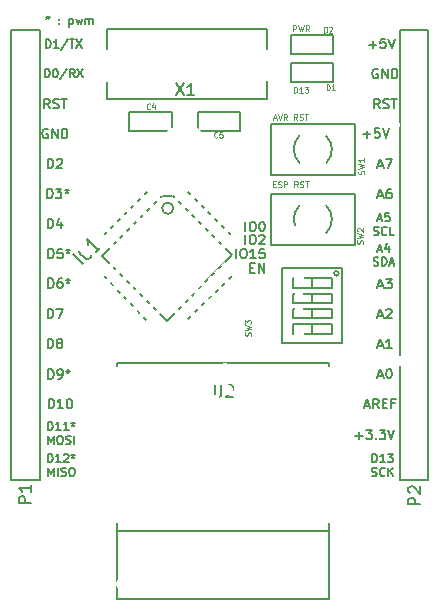
<source format=gto>
G04 (created by PCBNEW (2013-07-07 BZR 4022)-stable) date 2015/10/29 19:57:24*
%MOIN*%
G04 Gerber Fmt 3.4, Leading zero omitted, Abs format*
%FSLAX34Y34*%
G01*
G70*
G90*
G04 APERTURE LIST*
%ADD10C,0.00590551*%
%ADD11C,0.00688976*%
%ADD12C,0.00393701*%
%ADD13C,0.00787402*%
%ADD14C,0.006*%
%ADD15C,0.008*%
%ADD16C,0.0045*%
%ADD17R,0.23622X0.0787402*%
%ADD18R,0.06X0.06*%
%ADD19C,0.06*%
%ADD20R,0.0708661X0.0299213*%
%ADD21R,0.0393701X0.045*%
%ADD22R,0.0787402X0.0354331*%
%ADD23R,0.0472441X0.0275591*%
%ADD24C,0.177165*%
%ADD25C,0.035*%
G04 APERTURE END LIST*
G54D10*
G54D11*
X29763Y-19835D02*
X29895Y-19835D01*
X29737Y-19914D02*
X29829Y-19639D01*
X29921Y-19914D01*
X30131Y-19730D02*
X30131Y-19914D01*
X30065Y-19625D02*
X30000Y-19822D01*
X30170Y-19822D01*
X29625Y-20356D02*
X29665Y-20369D01*
X29730Y-20369D01*
X29757Y-20356D01*
X29770Y-20343D01*
X29783Y-20316D01*
X29783Y-20290D01*
X29770Y-20264D01*
X29757Y-20251D01*
X29730Y-20238D01*
X29678Y-20225D01*
X29652Y-20211D01*
X29639Y-20198D01*
X29625Y-20172D01*
X29625Y-20146D01*
X29639Y-20120D01*
X29652Y-20106D01*
X29678Y-20093D01*
X29744Y-20093D01*
X29783Y-20106D01*
X29901Y-20369D02*
X29901Y-20093D01*
X29967Y-20093D01*
X30006Y-20106D01*
X30032Y-20133D01*
X30045Y-20159D01*
X30059Y-20211D01*
X30059Y-20251D01*
X30045Y-20303D01*
X30032Y-20330D01*
X30006Y-20356D01*
X29967Y-20369D01*
X29901Y-20369D01*
X30164Y-20290D02*
X30295Y-20290D01*
X30137Y-20369D02*
X30229Y-20093D01*
X30321Y-20369D01*
X29763Y-18812D02*
X29895Y-18812D01*
X29737Y-18891D02*
X29829Y-18615D01*
X29921Y-18891D01*
X30144Y-18615D02*
X30013Y-18615D01*
X30000Y-18746D01*
X30013Y-18733D01*
X30039Y-18720D01*
X30104Y-18720D01*
X30131Y-18733D01*
X30144Y-18746D01*
X30157Y-18772D01*
X30157Y-18838D01*
X30144Y-18864D01*
X30131Y-18877D01*
X30104Y-18891D01*
X30039Y-18891D01*
X30013Y-18877D01*
X30000Y-18864D01*
X29632Y-19332D02*
X29671Y-19345D01*
X29737Y-19345D01*
X29763Y-19332D01*
X29776Y-19319D01*
X29790Y-19293D01*
X29790Y-19267D01*
X29776Y-19240D01*
X29763Y-19227D01*
X29737Y-19214D01*
X29685Y-19201D01*
X29658Y-19188D01*
X29645Y-19175D01*
X29632Y-19148D01*
X29632Y-19122D01*
X29645Y-19096D01*
X29658Y-19083D01*
X29685Y-19070D01*
X29750Y-19070D01*
X29790Y-19083D01*
X30065Y-19319D02*
X30052Y-19332D01*
X30013Y-19345D01*
X29986Y-19345D01*
X29947Y-19332D01*
X29921Y-19306D01*
X29908Y-19280D01*
X29895Y-19227D01*
X29895Y-19188D01*
X29908Y-19135D01*
X29921Y-19109D01*
X29947Y-19083D01*
X29986Y-19070D01*
X30013Y-19070D01*
X30052Y-19083D01*
X30065Y-19096D01*
X30314Y-19345D02*
X30183Y-19345D01*
X30183Y-19070D01*
X29586Y-26922D02*
X29586Y-26646D01*
X29652Y-26646D01*
X29691Y-26660D01*
X29717Y-26686D01*
X29730Y-26712D01*
X29744Y-26765D01*
X29744Y-26804D01*
X29730Y-26856D01*
X29717Y-26883D01*
X29691Y-26909D01*
X29652Y-26922D01*
X29586Y-26922D01*
X30006Y-26922D02*
X29849Y-26922D01*
X29927Y-26922D02*
X29927Y-26646D01*
X29901Y-26686D01*
X29875Y-26712D01*
X29849Y-26725D01*
X30098Y-26646D02*
X30269Y-26646D01*
X30177Y-26751D01*
X30216Y-26751D01*
X30242Y-26765D01*
X30255Y-26778D01*
X30269Y-26804D01*
X30269Y-26870D01*
X30255Y-26896D01*
X30242Y-26909D01*
X30216Y-26922D01*
X30137Y-26922D01*
X30111Y-26909D01*
X30098Y-26896D01*
X29566Y-27364D02*
X29606Y-27377D01*
X29671Y-27377D01*
X29698Y-27364D01*
X29711Y-27351D01*
X29724Y-27324D01*
X29724Y-27298D01*
X29711Y-27272D01*
X29698Y-27259D01*
X29671Y-27246D01*
X29619Y-27232D01*
X29593Y-27219D01*
X29580Y-27206D01*
X29566Y-27180D01*
X29566Y-27154D01*
X29580Y-27127D01*
X29593Y-27114D01*
X29619Y-27101D01*
X29685Y-27101D01*
X29724Y-27114D01*
X30000Y-27351D02*
X29986Y-27364D01*
X29947Y-27377D01*
X29921Y-27377D01*
X29881Y-27364D01*
X29855Y-27337D01*
X29842Y-27311D01*
X29829Y-27259D01*
X29829Y-27219D01*
X29842Y-27167D01*
X29855Y-27141D01*
X29881Y-27114D01*
X29921Y-27101D01*
X29947Y-27101D01*
X29986Y-27114D01*
X30000Y-27127D01*
X30118Y-27377D02*
X30118Y-27101D01*
X30275Y-27377D02*
X30157Y-27219D01*
X30275Y-27101D02*
X30118Y-27259D01*
X18759Y-12040D02*
X18759Y-12106D01*
X18694Y-12080D02*
X18759Y-12106D01*
X18825Y-12080D01*
X18720Y-12158D02*
X18759Y-12106D01*
X18799Y-12158D01*
X19140Y-12290D02*
X19153Y-12303D01*
X19140Y-12316D01*
X19127Y-12303D01*
X19140Y-12290D01*
X19140Y-12316D01*
X19140Y-12145D02*
X19153Y-12158D01*
X19140Y-12171D01*
X19127Y-12158D01*
X19140Y-12145D01*
X19140Y-12171D01*
X19481Y-12132D02*
X19481Y-12408D01*
X19481Y-12145D02*
X19507Y-12132D01*
X19560Y-12132D01*
X19586Y-12145D01*
X19599Y-12158D01*
X19612Y-12185D01*
X19612Y-12263D01*
X19599Y-12290D01*
X19586Y-12303D01*
X19560Y-12316D01*
X19507Y-12316D01*
X19481Y-12303D01*
X19704Y-12132D02*
X19757Y-12316D01*
X19809Y-12185D01*
X19862Y-12316D01*
X19914Y-12132D01*
X20019Y-12316D02*
X20019Y-12132D01*
X20019Y-12158D02*
X20032Y-12145D01*
X20059Y-12132D01*
X20098Y-12132D01*
X20124Y-12145D01*
X20137Y-12171D01*
X20137Y-12316D01*
X20137Y-12171D02*
X20150Y-12145D01*
X20177Y-12132D01*
X20216Y-12132D01*
X20242Y-12145D01*
X20255Y-12171D01*
X20255Y-12316D01*
G54D12*
X26278Y-15456D02*
X26372Y-15456D01*
X26259Y-15512D02*
X26325Y-15315D01*
X26391Y-15512D01*
X26428Y-15315D02*
X26494Y-15512D01*
X26559Y-15315D01*
X26737Y-15512D02*
X26672Y-15419D01*
X26625Y-15512D02*
X26625Y-15315D01*
X26700Y-15315D01*
X26719Y-15325D01*
X26728Y-15334D01*
X26737Y-15353D01*
X26737Y-15381D01*
X26728Y-15400D01*
X26719Y-15409D01*
X26700Y-15419D01*
X26625Y-15419D01*
X27084Y-15512D02*
X27019Y-15419D01*
X26972Y-15512D02*
X26972Y-15315D01*
X27047Y-15315D01*
X27065Y-15325D01*
X27075Y-15334D01*
X27084Y-15353D01*
X27084Y-15381D01*
X27075Y-15400D01*
X27065Y-15409D01*
X27047Y-15419D01*
X26972Y-15419D01*
X27159Y-15503D02*
X27187Y-15512D01*
X27234Y-15512D01*
X27253Y-15503D01*
X27262Y-15494D01*
X27272Y-15475D01*
X27272Y-15456D01*
X27262Y-15437D01*
X27253Y-15428D01*
X27234Y-15419D01*
X27197Y-15409D01*
X27178Y-15400D01*
X27169Y-15390D01*
X27159Y-15372D01*
X27159Y-15353D01*
X27169Y-15334D01*
X27178Y-15325D01*
X27197Y-15315D01*
X27244Y-15315D01*
X27272Y-15325D01*
X27328Y-15315D02*
X27440Y-15315D01*
X27384Y-15512D02*
X27384Y-15315D01*
X26273Y-17653D02*
X26339Y-17653D01*
X26367Y-17756D02*
X26273Y-17756D01*
X26273Y-17559D01*
X26367Y-17559D01*
X26442Y-17747D02*
X26470Y-17756D01*
X26517Y-17756D01*
X26536Y-17747D01*
X26545Y-17738D01*
X26555Y-17719D01*
X26555Y-17700D01*
X26545Y-17681D01*
X26536Y-17672D01*
X26517Y-17663D01*
X26480Y-17653D01*
X26461Y-17644D01*
X26452Y-17634D01*
X26442Y-17616D01*
X26442Y-17597D01*
X26452Y-17578D01*
X26461Y-17569D01*
X26480Y-17559D01*
X26526Y-17559D01*
X26555Y-17569D01*
X26639Y-17756D02*
X26639Y-17559D01*
X26714Y-17559D01*
X26733Y-17569D01*
X26742Y-17578D01*
X26751Y-17597D01*
X26751Y-17625D01*
X26742Y-17644D01*
X26733Y-17653D01*
X26714Y-17663D01*
X26639Y-17663D01*
X27098Y-17756D02*
X27033Y-17663D01*
X26986Y-17756D02*
X26986Y-17559D01*
X27061Y-17559D01*
X27080Y-17569D01*
X27089Y-17578D01*
X27098Y-17597D01*
X27098Y-17625D01*
X27089Y-17644D01*
X27080Y-17653D01*
X27061Y-17663D01*
X26986Y-17663D01*
X27173Y-17747D02*
X27201Y-17756D01*
X27248Y-17756D01*
X27267Y-17747D01*
X27276Y-17738D01*
X27286Y-17719D01*
X27286Y-17700D01*
X27276Y-17681D01*
X27267Y-17672D01*
X27248Y-17663D01*
X27211Y-17653D01*
X27192Y-17644D01*
X27183Y-17634D01*
X27173Y-17616D01*
X27173Y-17597D01*
X27183Y-17578D01*
X27192Y-17569D01*
X27211Y-17559D01*
X27258Y-17559D01*
X27286Y-17569D01*
X27342Y-17559D02*
X27455Y-17559D01*
X27398Y-17756D02*
X27398Y-17559D01*
G54D13*
X25515Y-20434D02*
X25620Y-20434D01*
X25665Y-20599D02*
X25515Y-20599D01*
X25515Y-20284D01*
X25665Y-20284D01*
X25800Y-20599D02*
X25800Y-20284D01*
X25980Y-20599D01*
X25980Y-20284D01*
X25046Y-20127D02*
X25046Y-19812D01*
X25256Y-19812D02*
X25316Y-19812D01*
X25346Y-19827D01*
X25376Y-19857D01*
X25391Y-19917D01*
X25391Y-20022D01*
X25376Y-20082D01*
X25346Y-20112D01*
X25316Y-20127D01*
X25256Y-20127D01*
X25226Y-20112D01*
X25196Y-20082D01*
X25181Y-20022D01*
X25181Y-19917D01*
X25196Y-19857D01*
X25226Y-19827D01*
X25256Y-19812D01*
X25691Y-20127D02*
X25511Y-20127D01*
X25601Y-20127D02*
X25601Y-19812D01*
X25571Y-19857D01*
X25541Y-19887D01*
X25511Y-19902D01*
X25976Y-19812D02*
X25826Y-19812D01*
X25811Y-19962D01*
X25826Y-19947D01*
X25856Y-19932D01*
X25931Y-19932D01*
X25961Y-19947D01*
X25976Y-19962D01*
X25991Y-19992D01*
X25991Y-20067D01*
X25976Y-20097D01*
X25961Y-20112D01*
X25931Y-20127D01*
X25856Y-20127D01*
X25826Y-20112D01*
X25811Y-20097D01*
X25354Y-19655D02*
X25354Y-19340D01*
X25564Y-19340D02*
X25624Y-19340D01*
X25654Y-19355D01*
X25684Y-19385D01*
X25699Y-19445D01*
X25699Y-19550D01*
X25684Y-19610D01*
X25654Y-19640D01*
X25624Y-19655D01*
X25564Y-19655D01*
X25534Y-19640D01*
X25504Y-19610D01*
X25489Y-19550D01*
X25489Y-19445D01*
X25504Y-19385D01*
X25534Y-19355D01*
X25564Y-19340D01*
X25819Y-19370D02*
X25834Y-19355D01*
X25864Y-19340D01*
X25939Y-19340D01*
X25969Y-19355D01*
X25984Y-19370D01*
X25999Y-19400D01*
X25999Y-19430D01*
X25984Y-19475D01*
X25804Y-19655D01*
X25999Y-19655D01*
X25354Y-19221D02*
X25354Y-18907D01*
X25564Y-18907D02*
X25624Y-18907D01*
X25654Y-18922D01*
X25684Y-18952D01*
X25699Y-19011D01*
X25699Y-19116D01*
X25684Y-19176D01*
X25654Y-19206D01*
X25624Y-19221D01*
X25564Y-19221D01*
X25534Y-19206D01*
X25504Y-19176D01*
X25489Y-19116D01*
X25489Y-19011D01*
X25504Y-18952D01*
X25534Y-18922D01*
X25564Y-18907D01*
X25894Y-18907D02*
X25924Y-18907D01*
X25954Y-18922D01*
X25969Y-18937D01*
X25984Y-18967D01*
X25999Y-19026D01*
X25999Y-19101D01*
X25984Y-19161D01*
X25969Y-19191D01*
X25954Y-19206D01*
X25924Y-19221D01*
X25894Y-19221D01*
X25864Y-19206D01*
X25849Y-19191D01*
X25834Y-19161D01*
X25819Y-19101D01*
X25819Y-19026D01*
X25834Y-18967D01*
X25849Y-18937D01*
X25864Y-18922D01*
X25894Y-18907D01*
X29476Y-12999D02*
X29716Y-12999D01*
X29596Y-13119D02*
X29596Y-12879D01*
X30016Y-12804D02*
X29866Y-12804D01*
X29851Y-12954D01*
X29866Y-12939D01*
X29896Y-12924D01*
X29971Y-12924D01*
X30001Y-12939D01*
X30016Y-12954D01*
X30031Y-12984D01*
X30031Y-13059D01*
X30016Y-13089D01*
X30001Y-13104D01*
X29971Y-13119D01*
X29896Y-13119D01*
X29866Y-13104D01*
X29851Y-13089D01*
X30121Y-12804D02*
X30226Y-13119D01*
X30331Y-12804D01*
X29760Y-13827D02*
X29730Y-13812D01*
X29685Y-13812D01*
X29640Y-13827D01*
X29610Y-13857D01*
X29595Y-13887D01*
X29580Y-13947D01*
X29580Y-13992D01*
X29595Y-14052D01*
X29610Y-14082D01*
X29640Y-14112D01*
X29685Y-14127D01*
X29715Y-14127D01*
X29760Y-14112D01*
X29775Y-14097D01*
X29775Y-13992D01*
X29715Y-13992D01*
X29910Y-14127D02*
X29910Y-13812D01*
X30089Y-14127D01*
X30089Y-13812D01*
X30239Y-14127D02*
X30239Y-13812D01*
X30314Y-13812D01*
X30359Y-13827D01*
X30389Y-13857D01*
X30404Y-13887D01*
X30419Y-13947D01*
X30419Y-13992D01*
X30404Y-14052D01*
X30389Y-14082D01*
X30359Y-14112D01*
X30314Y-14127D01*
X30239Y-14127D01*
X29827Y-15127D02*
X29722Y-14977D01*
X29647Y-15127D02*
X29647Y-14812D01*
X29767Y-14812D01*
X29797Y-14827D01*
X29812Y-14842D01*
X29827Y-14872D01*
X29827Y-14917D01*
X29812Y-14947D01*
X29797Y-14962D01*
X29767Y-14977D01*
X29647Y-14977D01*
X29947Y-15112D02*
X29992Y-15127D01*
X30067Y-15127D01*
X30097Y-15112D01*
X30112Y-15097D01*
X30127Y-15067D01*
X30127Y-15037D01*
X30112Y-15007D01*
X30097Y-14992D01*
X30067Y-14977D01*
X30007Y-14962D01*
X29977Y-14947D01*
X29962Y-14932D01*
X29947Y-14902D01*
X29947Y-14872D01*
X29962Y-14842D01*
X29977Y-14827D01*
X30007Y-14812D01*
X30082Y-14812D01*
X30127Y-14827D01*
X30217Y-14812D02*
X30397Y-14812D01*
X30307Y-15127D02*
X30307Y-14812D01*
X29280Y-15991D02*
X29520Y-15991D01*
X29400Y-16111D02*
X29400Y-15871D01*
X29820Y-15796D02*
X29670Y-15796D01*
X29655Y-15946D01*
X29670Y-15931D01*
X29700Y-15916D01*
X29775Y-15916D01*
X29805Y-15931D01*
X29820Y-15946D01*
X29835Y-15976D01*
X29835Y-16051D01*
X29820Y-16081D01*
X29805Y-16096D01*
X29775Y-16111D01*
X29700Y-16111D01*
X29670Y-16096D01*
X29655Y-16081D01*
X29925Y-15796D02*
X30029Y-16111D01*
X30134Y-15796D01*
X29775Y-17037D02*
X29925Y-17037D01*
X29745Y-17127D02*
X29850Y-16812D01*
X29955Y-17127D01*
X30029Y-16812D02*
X30239Y-16812D01*
X30104Y-17127D01*
X29775Y-18037D02*
X29925Y-18037D01*
X29745Y-18127D02*
X29850Y-17812D01*
X29955Y-18127D01*
X30194Y-17812D02*
X30134Y-17812D01*
X30104Y-17827D01*
X30089Y-17842D01*
X30059Y-17887D01*
X30044Y-17947D01*
X30044Y-18067D01*
X30059Y-18097D01*
X30074Y-18112D01*
X30104Y-18127D01*
X30164Y-18127D01*
X30194Y-18112D01*
X30209Y-18097D01*
X30224Y-18067D01*
X30224Y-17992D01*
X30209Y-17962D01*
X30194Y-17947D01*
X30164Y-17932D01*
X30104Y-17932D01*
X30074Y-17947D01*
X30059Y-17962D01*
X30044Y-17992D01*
X29775Y-21037D02*
X29925Y-21037D01*
X29745Y-21127D02*
X29850Y-20812D01*
X29955Y-21127D01*
X30029Y-20812D02*
X30224Y-20812D01*
X30119Y-20932D01*
X30164Y-20932D01*
X30194Y-20947D01*
X30209Y-20962D01*
X30224Y-20992D01*
X30224Y-21067D01*
X30209Y-21097D01*
X30194Y-21112D01*
X30164Y-21127D01*
X30074Y-21127D01*
X30044Y-21112D01*
X30029Y-21097D01*
X29775Y-22037D02*
X29925Y-22037D01*
X29745Y-22127D02*
X29850Y-21812D01*
X29955Y-22127D01*
X30044Y-21842D02*
X30059Y-21827D01*
X30089Y-21812D01*
X30164Y-21812D01*
X30194Y-21827D01*
X30209Y-21842D01*
X30224Y-21872D01*
X30224Y-21902D01*
X30209Y-21947D01*
X30029Y-22127D01*
X30224Y-22127D01*
X29775Y-23037D02*
X29925Y-23037D01*
X29745Y-23127D02*
X29850Y-22812D01*
X29955Y-23127D01*
X30224Y-23127D02*
X30044Y-23127D01*
X30134Y-23127D02*
X30134Y-22812D01*
X30104Y-22857D01*
X30074Y-22887D01*
X30044Y-22902D01*
X29775Y-24037D02*
X29925Y-24037D01*
X29745Y-24127D02*
X29850Y-23812D01*
X29955Y-24127D01*
X30119Y-23812D02*
X30149Y-23812D01*
X30179Y-23827D01*
X30194Y-23842D01*
X30209Y-23872D01*
X30224Y-23932D01*
X30224Y-24007D01*
X30209Y-24067D01*
X30194Y-24097D01*
X30179Y-24112D01*
X30149Y-24127D01*
X30119Y-24127D01*
X30089Y-24112D01*
X30074Y-24097D01*
X30059Y-24067D01*
X30044Y-24007D01*
X30044Y-23932D01*
X30059Y-23872D01*
X30074Y-23842D01*
X30089Y-23827D01*
X30119Y-23812D01*
X29332Y-25037D02*
X29482Y-25037D01*
X29302Y-25127D02*
X29407Y-24812D01*
X29512Y-25127D01*
X29797Y-25127D02*
X29692Y-24977D01*
X29617Y-25127D02*
X29617Y-24812D01*
X29737Y-24812D01*
X29767Y-24827D01*
X29782Y-24842D01*
X29797Y-24872D01*
X29797Y-24917D01*
X29782Y-24947D01*
X29767Y-24962D01*
X29737Y-24977D01*
X29617Y-24977D01*
X29932Y-24962D02*
X30037Y-24962D01*
X30082Y-25127D02*
X29932Y-25127D01*
X29932Y-24812D01*
X30082Y-24812D01*
X30322Y-24962D02*
X30217Y-24962D01*
X30217Y-25127D02*
X30217Y-24812D01*
X30367Y-24812D01*
X29015Y-26031D02*
X29255Y-26031D01*
X29135Y-26151D02*
X29135Y-25911D01*
X29375Y-25836D02*
X29570Y-25836D01*
X29465Y-25956D01*
X29510Y-25956D01*
X29540Y-25971D01*
X29555Y-25986D01*
X29570Y-26016D01*
X29570Y-26091D01*
X29555Y-26121D01*
X29540Y-26136D01*
X29510Y-26151D01*
X29420Y-26151D01*
X29390Y-26136D01*
X29375Y-26121D01*
X29705Y-26121D02*
X29720Y-26136D01*
X29705Y-26151D01*
X29690Y-26136D01*
X29705Y-26121D01*
X29705Y-26151D01*
X29825Y-25836D02*
X30020Y-25836D01*
X29915Y-25956D01*
X29960Y-25956D01*
X29990Y-25971D01*
X30005Y-25986D01*
X30020Y-26016D01*
X30020Y-26091D01*
X30005Y-26121D01*
X29990Y-26136D01*
X29960Y-26151D01*
X29870Y-26151D01*
X29840Y-26136D01*
X29825Y-26121D01*
X30110Y-25836D02*
X30215Y-26151D01*
X30320Y-25836D01*
G54D11*
X18772Y-26922D02*
X18772Y-26646D01*
X18838Y-26646D01*
X18877Y-26660D01*
X18904Y-26686D01*
X18917Y-26712D01*
X18930Y-26765D01*
X18930Y-26804D01*
X18917Y-26856D01*
X18904Y-26883D01*
X18877Y-26909D01*
X18838Y-26922D01*
X18772Y-26922D01*
X19192Y-26922D02*
X19035Y-26922D01*
X19114Y-26922D02*
X19114Y-26646D01*
X19087Y-26686D01*
X19061Y-26712D01*
X19035Y-26725D01*
X19297Y-26673D02*
X19311Y-26660D01*
X19337Y-26646D01*
X19402Y-26646D01*
X19429Y-26660D01*
X19442Y-26673D01*
X19455Y-26699D01*
X19455Y-26725D01*
X19442Y-26765D01*
X19284Y-26922D01*
X19455Y-26922D01*
X19612Y-26646D02*
X19612Y-26712D01*
X19547Y-26686D02*
X19612Y-26712D01*
X19678Y-26686D01*
X19573Y-26765D02*
X19612Y-26712D01*
X19652Y-26765D01*
X18779Y-27377D02*
X18779Y-27101D01*
X18871Y-27298D01*
X18963Y-27101D01*
X18963Y-27377D01*
X19094Y-27377D02*
X19094Y-27101D01*
X19212Y-27364D02*
X19251Y-27377D01*
X19317Y-27377D01*
X19343Y-27364D01*
X19356Y-27351D01*
X19370Y-27324D01*
X19370Y-27298D01*
X19356Y-27272D01*
X19343Y-27259D01*
X19317Y-27246D01*
X19265Y-27232D01*
X19238Y-27219D01*
X19225Y-27206D01*
X19212Y-27180D01*
X19212Y-27154D01*
X19225Y-27127D01*
X19238Y-27114D01*
X19265Y-27101D01*
X19330Y-27101D01*
X19370Y-27114D01*
X19540Y-27101D02*
X19593Y-27101D01*
X19619Y-27114D01*
X19645Y-27141D01*
X19658Y-27193D01*
X19658Y-27285D01*
X19645Y-27337D01*
X19619Y-27364D01*
X19593Y-27377D01*
X19540Y-27377D01*
X19514Y-27364D01*
X19488Y-27337D01*
X19475Y-27285D01*
X19475Y-27193D01*
X19488Y-27141D01*
X19514Y-27114D01*
X19540Y-27101D01*
X18772Y-25859D02*
X18772Y-25583D01*
X18838Y-25583D01*
X18877Y-25597D01*
X18904Y-25623D01*
X18917Y-25649D01*
X18930Y-25702D01*
X18930Y-25741D01*
X18917Y-25793D01*
X18904Y-25820D01*
X18877Y-25846D01*
X18838Y-25859D01*
X18772Y-25859D01*
X19192Y-25859D02*
X19035Y-25859D01*
X19114Y-25859D02*
X19114Y-25583D01*
X19087Y-25623D01*
X19061Y-25649D01*
X19035Y-25662D01*
X19455Y-25859D02*
X19297Y-25859D01*
X19376Y-25859D02*
X19376Y-25583D01*
X19350Y-25623D01*
X19324Y-25649D01*
X19297Y-25662D01*
X19612Y-25583D02*
X19612Y-25649D01*
X19547Y-25623D02*
X19612Y-25649D01*
X19678Y-25623D01*
X19573Y-25702D02*
X19612Y-25649D01*
X19652Y-25702D01*
X18779Y-26314D02*
X18779Y-26038D01*
X18871Y-26235D01*
X18963Y-26038D01*
X18963Y-26314D01*
X19146Y-26038D02*
X19199Y-26038D01*
X19225Y-26051D01*
X19251Y-26078D01*
X19265Y-26130D01*
X19265Y-26222D01*
X19251Y-26274D01*
X19225Y-26301D01*
X19199Y-26314D01*
X19146Y-26314D01*
X19120Y-26301D01*
X19094Y-26274D01*
X19081Y-26222D01*
X19081Y-26130D01*
X19094Y-26078D01*
X19120Y-26051D01*
X19146Y-26038D01*
X19370Y-26301D02*
X19409Y-26314D01*
X19475Y-26314D01*
X19501Y-26301D01*
X19514Y-26288D01*
X19527Y-26261D01*
X19527Y-26235D01*
X19514Y-26209D01*
X19501Y-26196D01*
X19475Y-26183D01*
X19422Y-26169D01*
X19396Y-26156D01*
X19383Y-26143D01*
X19370Y-26117D01*
X19370Y-26091D01*
X19383Y-26064D01*
X19396Y-26051D01*
X19422Y-26038D01*
X19488Y-26038D01*
X19527Y-26051D01*
X19645Y-26314D02*
X19645Y-26038D01*
G54D13*
X18790Y-25127D02*
X18790Y-24812D01*
X18865Y-24812D01*
X18910Y-24827D01*
X18940Y-24857D01*
X18955Y-24887D01*
X18970Y-24947D01*
X18970Y-24992D01*
X18955Y-25052D01*
X18940Y-25082D01*
X18910Y-25112D01*
X18865Y-25127D01*
X18790Y-25127D01*
X19270Y-25127D02*
X19090Y-25127D01*
X19180Y-25127D02*
X19180Y-24812D01*
X19150Y-24857D01*
X19120Y-24887D01*
X19090Y-24902D01*
X19465Y-24812D02*
X19495Y-24812D01*
X19525Y-24827D01*
X19540Y-24842D01*
X19555Y-24872D01*
X19570Y-24932D01*
X19570Y-25007D01*
X19555Y-25067D01*
X19540Y-25097D01*
X19525Y-25112D01*
X19495Y-25127D01*
X19465Y-25127D01*
X19435Y-25112D01*
X19420Y-25097D01*
X19405Y-25067D01*
X19390Y-25007D01*
X19390Y-24932D01*
X19405Y-24872D01*
X19420Y-24842D01*
X19435Y-24827D01*
X19465Y-24812D01*
X18781Y-24143D02*
X18781Y-23828D01*
X18856Y-23828D01*
X18901Y-23843D01*
X18931Y-23873D01*
X18946Y-23903D01*
X18961Y-23963D01*
X18961Y-24008D01*
X18946Y-24068D01*
X18931Y-24098D01*
X18901Y-24128D01*
X18856Y-24143D01*
X18781Y-24143D01*
X19111Y-24143D02*
X19171Y-24143D01*
X19201Y-24128D01*
X19216Y-24113D01*
X19246Y-24068D01*
X19261Y-24008D01*
X19261Y-23888D01*
X19246Y-23858D01*
X19231Y-23843D01*
X19201Y-23828D01*
X19141Y-23828D01*
X19111Y-23843D01*
X19096Y-23858D01*
X19081Y-23888D01*
X19081Y-23963D01*
X19096Y-23993D01*
X19111Y-24008D01*
X19141Y-24023D01*
X19201Y-24023D01*
X19231Y-24008D01*
X19246Y-23993D01*
X19261Y-23963D01*
X19441Y-23828D02*
X19441Y-23903D01*
X19366Y-23873D02*
X19441Y-23903D01*
X19516Y-23873D01*
X19396Y-23963D02*
X19441Y-23903D01*
X19486Y-23963D01*
X18767Y-23127D02*
X18767Y-22812D01*
X18842Y-22812D01*
X18887Y-22827D01*
X18917Y-22857D01*
X18932Y-22887D01*
X18947Y-22947D01*
X18947Y-22992D01*
X18932Y-23052D01*
X18917Y-23082D01*
X18887Y-23112D01*
X18842Y-23127D01*
X18767Y-23127D01*
X19127Y-22947D02*
X19097Y-22932D01*
X19082Y-22917D01*
X19067Y-22887D01*
X19067Y-22872D01*
X19082Y-22842D01*
X19097Y-22827D01*
X19127Y-22812D01*
X19187Y-22812D01*
X19217Y-22827D01*
X19232Y-22842D01*
X19247Y-22872D01*
X19247Y-22887D01*
X19232Y-22917D01*
X19217Y-22932D01*
X19187Y-22947D01*
X19127Y-22947D01*
X19097Y-22962D01*
X19082Y-22977D01*
X19067Y-23007D01*
X19067Y-23067D01*
X19082Y-23097D01*
X19097Y-23112D01*
X19127Y-23127D01*
X19187Y-23127D01*
X19217Y-23112D01*
X19232Y-23097D01*
X19247Y-23067D01*
X19247Y-23007D01*
X19232Y-22977D01*
X19217Y-22962D01*
X19187Y-22947D01*
X18767Y-22127D02*
X18767Y-21812D01*
X18842Y-21812D01*
X18887Y-21827D01*
X18917Y-21857D01*
X18932Y-21887D01*
X18947Y-21947D01*
X18947Y-21992D01*
X18932Y-22052D01*
X18917Y-22082D01*
X18887Y-22112D01*
X18842Y-22127D01*
X18767Y-22127D01*
X19052Y-21812D02*
X19262Y-21812D01*
X19127Y-22127D01*
X18781Y-21111D02*
X18781Y-20796D01*
X18856Y-20796D01*
X18901Y-20811D01*
X18931Y-20841D01*
X18946Y-20871D01*
X18961Y-20931D01*
X18961Y-20976D01*
X18946Y-21036D01*
X18931Y-21066D01*
X18901Y-21096D01*
X18856Y-21111D01*
X18781Y-21111D01*
X19231Y-20796D02*
X19171Y-20796D01*
X19141Y-20811D01*
X19126Y-20826D01*
X19096Y-20871D01*
X19081Y-20931D01*
X19081Y-21051D01*
X19096Y-21081D01*
X19111Y-21096D01*
X19141Y-21111D01*
X19201Y-21111D01*
X19231Y-21096D01*
X19246Y-21081D01*
X19261Y-21051D01*
X19261Y-20976D01*
X19246Y-20946D01*
X19231Y-20931D01*
X19201Y-20916D01*
X19141Y-20916D01*
X19111Y-20931D01*
X19096Y-20946D01*
X19081Y-20976D01*
X19441Y-20796D02*
X19441Y-20871D01*
X19366Y-20841D02*
X19441Y-20871D01*
X19516Y-20841D01*
X19396Y-20931D02*
X19441Y-20871D01*
X19486Y-20931D01*
X18781Y-20127D02*
X18781Y-19812D01*
X18856Y-19812D01*
X18901Y-19827D01*
X18931Y-19857D01*
X18946Y-19887D01*
X18961Y-19947D01*
X18961Y-19992D01*
X18946Y-20052D01*
X18931Y-20082D01*
X18901Y-20112D01*
X18856Y-20127D01*
X18781Y-20127D01*
X19246Y-19812D02*
X19096Y-19812D01*
X19081Y-19962D01*
X19096Y-19947D01*
X19126Y-19932D01*
X19201Y-19932D01*
X19231Y-19947D01*
X19246Y-19962D01*
X19261Y-19992D01*
X19261Y-20067D01*
X19246Y-20097D01*
X19231Y-20112D01*
X19201Y-20127D01*
X19126Y-20127D01*
X19096Y-20112D01*
X19081Y-20097D01*
X19441Y-19812D02*
X19441Y-19887D01*
X19366Y-19857D02*
X19441Y-19887D01*
X19516Y-19857D01*
X19396Y-19947D02*
X19441Y-19887D01*
X19486Y-19947D01*
X18767Y-19127D02*
X18767Y-18812D01*
X18842Y-18812D01*
X18887Y-18827D01*
X18917Y-18857D01*
X18932Y-18887D01*
X18947Y-18947D01*
X18947Y-18992D01*
X18932Y-19052D01*
X18917Y-19082D01*
X18887Y-19112D01*
X18842Y-19127D01*
X18767Y-19127D01*
X19217Y-18917D02*
X19217Y-19127D01*
X19142Y-18797D02*
X19067Y-19022D01*
X19262Y-19022D01*
X18742Y-18119D02*
X18742Y-17804D01*
X18817Y-17804D01*
X18862Y-17819D01*
X18892Y-17849D01*
X18907Y-17879D01*
X18922Y-17939D01*
X18922Y-17984D01*
X18907Y-18044D01*
X18892Y-18074D01*
X18862Y-18104D01*
X18817Y-18119D01*
X18742Y-18119D01*
X19026Y-17804D02*
X19221Y-17804D01*
X19116Y-17924D01*
X19161Y-17924D01*
X19191Y-17939D01*
X19206Y-17954D01*
X19221Y-17984D01*
X19221Y-18059D01*
X19206Y-18089D01*
X19191Y-18104D01*
X19161Y-18119D01*
X19071Y-18119D01*
X19041Y-18104D01*
X19026Y-18089D01*
X19401Y-17804D02*
X19401Y-17879D01*
X19326Y-17849D02*
X19401Y-17879D01*
X19476Y-17849D01*
X19356Y-17939D02*
X19401Y-17879D01*
X19446Y-17939D01*
X18767Y-17127D02*
X18767Y-16812D01*
X18842Y-16812D01*
X18887Y-16827D01*
X18917Y-16857D01*
X18932Y-16887D01*
X18947Y-16947D01*
X18947Y-16992D01*
X18932Y-17052D01*
X18917Y-17082D01*
X18887Y-17112D01*
X18842Y-17127D01*
X18767Y-17127D01*
X19067Y-16842D02*
X19082Y-16827D01*
X19112Y-16812D01*
X19187Y-16812D01*
X19217Y-16827D01*
X19232Y-16842D01*
X19247Y-16872D01*
X19247Y-16902D01*
X19232Y-16947D01*
X19052Y-17127D01*
X19247Y-17127D01*
X18760Y-15827D02*
X18730Y-15812D01*
X18685Y-15812D01*
X18640Y-15827D01*
X18610Y-15857D01*
X18595Y-15887D01*
X18580Y-15947D01*
X18580Y-15992D01*
X18595Y-16052D01*
X18610Y-16082D01*
X18640Y-16112D01*
X18685Y-16127D01*
X18715Y-16127D01*
X18760Y-16112D01*
X18775Y-16097D01*
X18775Y-15992D01*
X18715Y-15992D01*
X18910Y-16127D02*
X18910Y-15812D01*
X19089Y-16127D01*
X19089Y-15812D01*
X19239Y-16127D02*
X19239Y-15812D01*
X19314Y-15812D01*
X19359Y-15827D01*
X19389Y-15857D01*
X19404Y-15887D01*
X19419Y-15947D01*
X19419Y-15992D01*
X19404Y-16052D01*
X19389Y-16082D01*
X19359Y-16112D01*
X19314Y-16127D01*
X19239Y-16127D01*
X18827Y-15127D02*
X18722Y-14977D01*
X18647Y-15127D02*
X18647Y-14812D01*
X18767Y-14812D01*
X18797Y-14827D01*
X18812Y-14842D01*
X18827Y-14872D01*
X18827Y-14917D01*
X18812Y-14947D01*
X18797Y-14962D01*
X18767Y-14977D01*
X18647Y-14977D01*
X18947Y-15112D02*
X18992Y-15127D01*
X19067Y-15127D01*
X19097Y-15112D01*
X19112Y-15097D01*
X19127Y-15067D01*
X19127Y-15037D01*
X19112Y-15007D01*
X19097Y-14992D01*
X19067Y-14977D01*
X19007Y-14962D01*
X18977Y-14947D01*
X18962Y-14932D01*
X18947Y-14902D01*
X18947Y-14872D01*
X18962Y-14842D01*
X18977Y-14827D01*
X19007Y-14812D01*
X19082Y-14812D01*
X19127Y-14827D01*
X19217Y-14812D02*
X19397Y-14812D01*
X19307Y-15127D02*
X19307Y-14812D01*
G54D11*
X18674Y-14087D02*
X18674Y-13812D01*
X18740Y-13812D01*
X18779Y-13825D01*
X18805Y-13851D01*
X18818Y-13877D01*
X18832Y-13930D01*
X18832Y-13969D01*
X18818Y-14022D01*
X18805Y-14048D01*
X18779Y-14074D01*
X18740Y-14087D01*
X18674Y-14087D01*
X19002Y-13812D02*
X19028Y-13812D01*
X19055Y-13825D01*
X19068Y-13838D01*
X19081Y-13864D01*
X19094Y-13917D01*
X19094Y-13982D01*
X19081Y-14035D01*
X19068Y-14061D01*
X19055Y-14074D01*
X19028Y-14087D01*
X19002Y-14087D01*
X18976Y-14074D01*
X18963Y-14061D01*
X18950Y-14035D01*
X18937Y-13982D01*
X18937Y-13917D01*
X18950Y-13864D01*
X18963Y-13838D01*
X18976Y-13825D01*
X19002Y-13812D01*
X19409Y-13799D02*
X19173Y-14153D01*
X19658Y-14087D02*
X19566Y-13956D01*
X19501Y-14087D02*
X19501Y-13812D01*
X19606Y-13812D01*
X19632Y-13825D01*
X19645Y-13838D01*
X19658Y-13864D01*
X19658Y-13904D01*
X19645Y-13930D01*
X19632Y-13943D01*
X19606Y-13956D01*
X19501Y-13956D01*
X19750Y-13812D02*
X19934Y-14087D01*
X19934Y-13812D02*
X19750Y-14087D01*
X18707Y-13103D02*
X18707Y-12828D01*
X18772Y-12828D01*
X18812Y-12841D01*
X18838Y-12867D01*
X18851Y-12893D01*
X18864Y-12946D01*
X18864Y-12985D01*
X18851Y-13038D01*
X18838Y-13064D01*
X18812Y-13090D01*
X18772Y-13103D01*
X18707Y-13103D01*
X19127Y-13103D02*
X18969Y-13103D01*
X19048Y-13103D02*
X19048Y-12828D01*
X19022Y-12867D01*
X18996Y-12893D01*
X18969Y-12906D01*
X19442Y-12814D02*
X19206Y-13169D01*
X19494Y-12828D02*
X19652Y-12828D01*
X19573Y-13103D02*
X19573Y-12828D01*
X19717Y-12828D02*
X19901Y-13103D01*
X19901Y-12828D02*
X19717Y-13103D01*
G54D12*
X26965Y-14607D02*
X26965Y-14410D01*
X27012Y-14410D01*
X27040Y-14419D01*
X27059Y-14438D01*
X27068Y-14457D01*
X27078Y-14494D01*
X27078Y-14522D01*
X27068Y-14560D01*
X27059Y-14579D01*
X27040Y-14597D01*
X27012Y-14607D01*
X26965Y-14607D01*
X27265Y-14607D02*
X27153Y-14607D01*
X27209Y-14607D02*
X27209Y-14410D01*
X27190Y-14438D01*
X27171Y-14457D01*
X27153Y-14466D01*
X27331Y-14410D02*
X27453Y-14410D01*
X27387Y-14485D01*
X27415Y-14485D01*
X27434Y-14494D01*
X27443Y-14504D01*
X27453Y-14522D01*
X27453Y-14569D01*
X27443Y-14588D01*
X27434Y-14597D01*
X27415Y-14607D01*
X27359Y-14607D01*
X27340Y-14597D01*
X27331Y-14588D01*
X26942Y-12559D02*
X26942Y-12363D01*
X27017Y-12363D01*
X27035Y-12372D01*
X27045Y-12381D01*
X27054Y-12400D01*
X27054Y-12428D01*
X27045Y-12447D01*
X27035Y-12456D01*
X27017Y-12466D01*
X26942Y-12466D01*
X27120Y-12363D02*
X27167Y-12559D01*
X27204Y-12419D01*
X27242Y-12559D01*
X27289Y-12363D01*
X27476Y-12559D02*
X27410Y-12466D01*
X27364Y-12559D02*
X27364Y-12363D01*
X27439Y-12363D01*
X27457Y-12372D01*
X27467Y-12381D01*
X27476Y-12400D01*
X27476Y-12428D01*
X27467Y-12447D01*
X27457Y-12456D01*
X27439Y-12466D01*
X27364Y-12466D01*
G54D10*
X26062Y-14212D02*
X26062Y-14803D01*
X26062Y-14803D02*
X20748Y-14803D01*
X20748Y-14803D02*
X20748Y-14251D01*
X20748Y-13149D02*
X20748Y-12480D01*
X20748Y-12480D02*
X26062Y-12480D01*
X26062Y-12480D02*
X26062Y-13149D01*
G54D14*
X23385Y-22210D02*
X23067Y-21891D01*
X24926Y-20668D02*
X24615Y-20357D01*
X23385Y-22210D02*
X24926Y-20668D01*
X22430Y-21920D02*
X22126Y-22224D01*
X20860Y-20364D02*
X20563Y-20661D01*
X20556Y-20654D02*
X22119Y-22231D01*
X23378Y-17861D02*
X24919Y-19388D01*
X22586Y-18045D02*
X20585Y-20046D01*
X24919Y-19402D02*
X24629Y-19692D01*
X22932Y-18052D02*
X24898Y-20018D01*
X22734Y-22210D02*
X24884Y-20060D01*
X20578Y-20053D02*
X22699Y-22174D01*
X22147Y-17847D02*
X20578Y-19417D01*
X20578Y-19417D02*
X20896Y-19735D01*
X22596Y-18041D02*
X22921Y-18041D01*
X22149Y-17848D02*
X22468Y-18168D01*
X23059Y-18179D02*
X23379Y-17860D01*
X22950Y-18452D02*
G75*
G03X22950Y-18452I-188J0D01*
G74*
G01*
G54D10*
X31450Y-27500D02*
X30500Y-27500D01*
X30500Y-27500D02*
X30500Y-12500D01*
X30500Y-12500D02*
X31450Y-12500D01*
X31450Y-12500D02*
X31450Y-27500D01*
X17550Y-12500D02*
X18500Y-12500D01*
X18500Y-12500D02*
X18500Y-27500D01*
X18500Y-27500D02*
X17550Y-27500D01*
X17550Y-27500D02*
X17550Y-12500D01*
X28464Y-20629D02*
G75*
G03X28464Y-20629I-78J0D01*
G74*
G01*
X28228Y-21811D02*
X28228Y-22125D01*
X26929Y-21811D02*
X28228Y-21811D01*
X26929Y-22125D02*
X26929Y-21811D01*
X28228Y-22125D02*
X26929Y-22125D01*
X27559Y-21811D02*
X27559Y-22125D01*
X27559Y-22322D02*
X27559Y-22637D01*
X28228Y-22637D02*
X26929Y-22637D01*
X26929Y-22637D02*
X26929Y-22322D01*
X26929Y-22322D02*
X28228Y-22322D01*
X28228Y-22322D02*
X28228Y-22637D01*
X28228Y-21299D02*
X28228Y-21614D01*
X26929Y-21299D02*
X28228Y-21299D01*
X26929Y-21614D02*
X26929Y-21299D01*
X28228Y-21614D02*
X26929Y-21614D01*
X27559Y-21299D02*
X27559Y-21614D01*
X27559Y-20787D02*
X27559Y-21102D01*
X28228Y-21102D02*
X26929Y-21102D01*
X26929Y-21102D02*
X26929Y-20787D01*
X26929Y-20787D02*
X28228Y-20787D01*
X28228Y-20787D02*
X28228Y-21102D01*
X28559Y-20444D02*
X28559Y-22944D01*
X28559Y-22944D02*
X26559Y-22944D01*
X26559Y-22944D02*
X26559Y-20444D01*
X26559Y-20444D02*
X28559Y-20444D01*
X28287Y-14251D02*
X26870Y-14251D01*
X26870Y-14251D02*
X26870Y-13622D01*
X26870Y-13622D02*
X28287Y-13622D01*
X28287Y-13622D02*
X28287Y-14251D01*
X22893Y-15866D02*
X21476Y-15866D01*
X21476Y-15866D02*
X21476Y-15236D01*
X21476Y-15236D02*
X22893Y-15236D01*
X22893Y-15236D02*
X22893Y-15866D01*
X23759Y-15236D02*
X25177Y-15236D01*
X25177Y-15236D02*
X25177Y-15866D01*
X25177Y-15866D02*
X23759Y-15866D01*
X23759Y-15866D02*
X23759Y-15236D01*
X28287Y-13307D02*
X26870Y-13307D01*
X26870Y-13307D02*
X26870Y-12677D01*
X26870Y-12677D02*
X28287Y-12677D01*
X28287Y-12677D02*
X28287Y-13307D01*
X21062Y-23622D02*
X21062Y-23700D01*
X28149Y-23622D02*
X28149Y-23700D01*
X28149Y-31496D02*
X28149Y-28937D01*
X21062Y-31496D02*
X21062Y-28937D01*
X28149Y-29212D02*
X21062Y-29212D01*
X28149Y-31496D02*
X21062Y-31496D01*
X21062Y-23622D02*
X28149Y-23622D01*
X28048Y-16946D02*
G75*
G03X28048Y-16046I-450J450D01*
G74*
G01*
X27148Y-16046D02*
G75*
G03X27148Y-16946I450J-449D01*
G74*
G01*
X26198Y-15646D02*
X28998Y-15646D01*
X28998Y-15646D02*
X28998Y-17346D01*
X28998Y-17346D02*
X26198Y-17346D01*
X26198Y-17346D02*
X26198Y-15646D01*
X27148Y-18368D02*
G75*
G03X27148Y-19268I450J-450D01*
G74*
G01*
X28048Y-19268D02*
G75*
G03X28048Y-18368I-450J450D01*
G74*
G01*
X28998Y-19668D02*
X26198Y-19668D01*
X26198Y-19668D02*
X26198Y-17968D01*
X26198Y-17968D02*
X28998Y-17968D01*
X28998Y-17968D02*
X28998Y-19668D01*
X23027Y-14293D02*
X23290Y-14686D01*
X23290Y-14293D02*
X23027Y-14686D01*
X23646Y-14686D02*
X23421Y-14686D01*
X23533Y-14686D02*
X23533Y-14293D01*
X23496Y-14349D01*
X23458Y-14386D01*
X23421Y-14405D01*
G54D15*
X19954Y-20329D02*
X19600Y-19976D01*
X20217Y-19999D02*
X20220Y-20030D01*
X20196Y-20087D01*
X20170Y-20114D01*
X20112Y-20137D01*
X20052Y-20131D01*
X20005Y-20110D01*
X19924Y-20056D01*
X19873Y-20006D01*
X19819Y-19925D01*
X19799Y-19878D01*
X19792Y-19817D01*
X19816Y-19760D01*
X19843Y-19733D01*
X19900Y-19710D01*
X19930Y-19713D01*
X20520Y-19764D02*
X20358Y-19925D01*
X20439Y-19844D02*
X20085Y-19491D01*
X20109Y-19568D01*
X20116Y-19629D01*
X20106Y-19673D01*
X31185Y-28326D02*
X30785Y-28326D01*
X30785Y-28174D01*
X30804Y-28136D01*
X30823Y-28117D01*
X30861Y-28098D01*
X30918Y-28098D01*
X30956Y-28117D01*
X30976Y-28136D01*
X30995Y-28174D01*
X30995Y-28326D01*
X30823Y-27945D02*
X30804Y-27926D01*
X30785Y-27888D01*
X30785Y-27793D01*
X30804Y-27755D01*
X30823Y-27736D01*
X30861Y-27717D01*
X30899Y-27717D01*
X30956Y-27736D01*
X31185Y-27964D01*
X31185Y-27717D01*
X18193Y-28287D02*
X17793Y-28287D01*
X17793Y-28134D01*
X17812Y-28096D01*
X17831Y-28077D01*
X17869Y-28058D01*
X17926Y-28058D01*
X17964Y-28077D01*
X17983Y-28096D01*
X18002Y-28134D01*
X18002Y-28287D01*
X18193Y-27677D02*
X18193Y-27906D01*
X18193Y-27792D02*
X17793Y-27792D01*
X17850Y-27830D01*
X17888Y-27868D01*
X17907Y-27906D01*
G54D12*
X25526Y-22705D02*
X25536Y-22677D01*
X25536Y-22630D01*
X25526Y-22612D01*
X25517Y-22602D01*
X25498Y-22593D01*
X25480Y-22593D01*
X25461Y-22602D01*
X25452Y-22612D01*
X25442Y-22630D01*
X25433Y-22668D01*
X25423Y-22687D01*
X25414Y-22696D01*
X25395Y-22705D01*
X25377Y-22705D01*
X25358Y-22696D01*
X25348Y-22687D01*
X25339Y-22668D01*
X25339Y-22621D01*
X25348Y-22593D01*
X25339Y-22527D02*
X25536Y-22480D01*
X25395Y-22443D01*
X25536Y-22405D01*
X25339Y-22358D01*
X25339Y-22302D02*
X25339Y-22180D01*
X25414Y-22246D01*
X25414Y-22218D01*
X25423Y-22199D01*
X25433Y-22190D01*
X25452Y-22180D01*
X25498Y-22180D01*
X25517Y-22190D01*
X25526Y-22199D01*
X25536Y-22218D01*
X25536Y-22274D01*
X25526Y-22293D01*
X25517Y-22302D01*
G54D16*
X28056Y-14529D02*
X28056Y-14329D01*
X28098Y-14329D01*
X28124Y-14339D01*
X28141Y-14358D01*
X28150Y-14377D01*
X28158Y-14415D01*
X28158Y-14444D01*
X28150Y-14482D01*
X28141Y-14501D01*
X28124Y-14520D01*
X28098Y-14529D01*
X28056Y-14529D01*
X28330Y-14529D02*
X28227Y-14529D01*
X28278Y-14529D02*
X28278Y-14329D01*
X28261Y-14358D01*
X28244Y-14377D01*
X28227Y-14386D01*
X22174Y-15140D02*
X22166Y-15150D01*
X22140Y-15159D01*
X22123Y-15159D01*
X22097Y-15150D01*
X22080Y-15131D01*
X22071Y-15112D01*
X22063Y-15073D01*
X22063Y-15045D01*
X22071Y-15007D01*
X22080Y-14988D01*
X22097Y-14969D01*
X22123Y-14959D01*
X22140Y-14959D01*
X22166Y-14969D01*
X22174Y-14978D01*
X22329Y-15026D02*
X22329Y-15159D01*
X22286Y-14950D02*
X22243Y-15093D01*
X22354Y-15093D01*
X24418Y-16085D02*
X24410Y-16095D01*
X24384Y-16104D01*
X24367Y-16104D01*
X24341Y-16095D01*
X24324Y-16076D01*
X24315Y-16056D01*
X24307Y-16018D01*
X24307Y-15990D01*
X24315Y-15952D01*
X24324Y-15933D01*
X24341Y-15914D01*
X24367Y-15904D01*
X24384Y-15904D01*
X24410Y-15914D01*
X24418Y-15923D01*
X24581Y-15904D02*
X24495Y-15904D01*
X24487Y-15999D01*
X24495Y-15990D01*
X24513Y-15980D01*
X24555Y-15980D01*
X24573Y-15990D01*
X24581Y-15999D01*
X24590Y-16018D01*
X24590Y-16066D01*
X24581Y-16085D01*
X24573Y-16095D01*
X24555Y-16104D01*
X24513Y-16104D01*
X24495Y-16095D01*
X24487Y-16085D01*
X27977Y-12600D02*
X27977Y-12400D01*
X28020Y-12400D01*
X28045Y-12410D01*
X28063Y-12429D01*
X28071Y-12448D01*
X28080Y-12486D01*
X28080Y-12514D01*
X28071Y-12553D01*
X28063Y-12572D01*
X28045Y-12591D01*
X28020Y-12600D01*
X27977Y-12600D01*
X28148Y-12419D02*
X28157Y-12410D01*
X28174Y-12400D01*
X28217Y-12400D01*
X28234Y-12410D01*
X28243Y-12419D01*
X28251Y-12438D01*
X28251Y-12457D01*
X28243Y-12486D01*
X28140Y-12600D01*
X28251Y-12600D01*
G54D10*
X24322Y-24354D02*
X24322Y-24672D01*
X24340Y-24710D01*
X24359Y-24729D01*
X24397Y-24747D01*
X24472Y-24747D01*
X24509Y-24729D01*
X24528Y-24710D01*
X24547Y-24672D01*
X24547Y-24354D01*
X24715Y-24391D02*
X24734Y-24372D01*
X24772Y-24354D01*
X24865Y-24354D01*
X24903Y-24372D01*
X24922Y-24391D01*
X24940Y-24429D01*
X24940Y-24466D01*
X24922Y-24522D01*
X24697Y-24747D01*
X24940Y-24747D01*
G54D12*
X29304Y-17317D02*
X29313Y-17289D01*
X29313Y-17242D01*
X29304Y-17223D01*
X29295Y-17214D01*
X29276Y-17204D01*
X29257Y-17204D01*
X29238Y-17214D01*
X29229Y-17223D01*
X29220Y-17242D01*
X29210Y-17279D01*
X29201Y-17298D01*
X29192Y-17307D01*
X29173Y-17317D01*
X29154Y-17317D01*
X29135Y-17307D01*
X29126Y-17298D01*
X29117Y-17279D01*
X29117Y-17232D01*
X29126Y-17204D01*
X29117Y-17139D02*
X29313Y-17092D01*
X29173Y-17054D01*
X29313Y-17017D01*
X29117Y-16970D01*
X29313Y-16792D02*
X29313Y-16904D01*
X29313Y-16848D02*
X29117Y-16848D01*
X29145Y-16867D01*
X29163Y-16885D01*
X29173Y-16904D01*
X29265Y-19637D02*
X29274Y-19609D01*
X29274Y-19562D01*
X29265Y-19543D01*
X29255Y-19534D01*
X29237Y-19524D01*
X29218Y-19524D01*
X29199Y-19534D01*
X29190Y-19543D01*
X29180Y-19562D01*
X29171Y-19599D01*
X29162Y-19618D01*
X29152Y-19627D01*
X29133Y-19637D01*
X29115Y-19637D01*
X29096Y-19627D01*
X29087Y-19618D01*
X29077Y-19599D01*
X29077Y-19552D01*
X29087Y-19524D01*
X29077Y-19459D02*
X29274Y-19412D01*
X29133Y-19374D01*
X29274Y-19337D01*
X29077Y-19290D01*
X29096Y-19224D02*
X29087Y-19215D01*
X29077Y-19196D01*
X29077Y-19149D01*
X29087Y-19131D01*
X29096Y-19121D01*
X29115Y-19112D01*
X29133Y-19112D01*
X29162Y-19121D01*
X29274Y-19234D01*
X29274Y-19112D01*
%LPC*%
G54D17*
X21377Y-13700D03*
X25314Y-13700D03*
G54D10*
G36*
X20301Y-19255D02*
X20426Y-19130D01*
X20983Y-19687D01*
X20858Y-19812D01*
X20301Y-19255D01*
X20301Y-19255D01*
G37*
G36*
X20524Y-19033D02*
X20649Y-18907D01*
X21205Y-19464D01*
X21080Y-19589D01*
X20524Y-19033D01*
X20524Y-19033D01*
G37*
G36*
X20747Y-18810D02*
X20872Y-18685D01*
X21428Y-19241D01*
X21303Y-19366D01*
X20747Y-18810D01*
X20747Y-18810D01*
G37*
G36*
X20969Y-18587D02*
X21094Y-18462D01*
X21651Y-19019D01*
X21526Y-19144D01*
X20969Y-18587D01*
X20969Y-18587D01*
G37*
G36*
X21192Y-18364D02*
X21317Y-18239D01*
X21874Y-18796D01*
X21748Y-18921D01*
X21192Y-18364D01*
X21192Y-18364D01*
G37*
G36*
X21415Y-18142D02*
X21540Y-18017D01*
X22096Y-18573D01*
X21971Y-18698D01*
X21415Y-18142D01*
X21415Y-18142D01*
G37*
G36*
X21637Y-17919D02*
X21763Y-17794D01*
X22319Y-18350D01*
X22194Y-18475D01*
X21637Y-17919D01*
X21637Y-17919D01*
G37*
G36*
X21860Y-17696D02*
X21985Y-17571D01*
X22542Y-18128D01*
X22417Y-18253D01*
X21860Y-17696D01*
X21860Y-17696D01*
G37*
G36*
X24522Y-20361D02*
X24647Y-20235D01*
X25203Y-20792D01*
X25078Y-20917D01*
X24522Y-20361D01*
X24522Y-20361D01*
G37*
G36*
X22959Y-21923D02*
X23084Y-21798D01*
X23641Y-22355D01*
X23516Y-22480D01*
X22959Y-21923D01*
X22959Y-21923D01*
G37*
G36*
X23185Y-21697D02*
X23310Y-21572D01*
X23867Y-22128D01*
X23742Y-22254D01*
X23185Y-21697D01*
X23185Y-21697D01*
G37*
G36*
X23412Y-21471D02*
X23537Y-21346D01*
X24093Y-21902D01*
X23968Y-22027D01*
X23412Y-21471D01*
X23412Y-21471D01*
G37*
G36*
X23631Y-21252D02*
X23756Y-21126D01*
X24312Y-21683D01*
X24187Y-21808D01*
X23631Y-21252D01*
X23631Y-21252D01*
G37*
G36*
X23857Y-21025D02*
X23982Y-20900D01*
X24539Y-21457D01*
X24414Y-21582D01*
X23857Y-21025D01*
X23857Y-21025D01*
G37*
G36*
X24076Y-20806D02*
X24201Y-20681D01*
X24758Y-21237D01*
X24633Y-21363D01*
X24076Y-20806D01*
X24076Y-20806D01*
G37*
G36*
X24303Y-20580D02*
X24428Y-20455D01*
X24984Y-21011D01*
X24859Y-21136D01*
X24303Y-20580D01*
X24303Y-20580D01*
G37*
G36*
X22972Y-18125D02*
X23528Y-17568D01*
X23653Y-17693D01*
X23097Y-18250D01*
X22972Y-18125D01*
X22972Y-18125D01*
G37*
G36*
X23194Y-18347D02*
X23750Y-17790D01*
X23875Y-17915D01*
X23319Y-18472D01*
X23194Y-18347D01*
X23194Y-18347D01*
G37*
G36*
X23417Y-18570D02*
X23974Y-18014D01*
X24099Y-18139D01*
X23542Y-18695D01*
X23417Y-18570D01*
X23417Y-18570D01*
G37*
G36*
X23639Y-18792D02*
X24196Y-18236D01*
X24321Y-18361D01*
X23764Y-18917D01*
X23639Y-18792D01*
X23639Y-18792D01*
G37*
G36*
X23863Y-19016D02*
X24419Y-18459D01*
X24544Y-18584D01*
X23988Y-19141D01*
X23863Y-19016D01*
X23863Y-19016D01*
G37*
G36*
X24085Y-19238D02*
X24641Y-18681D01*
X24766Y-18806D01*
X24210Y-19363D01*
X24085Y-19238D01*
X24085Y-19238D01*
G37*
G36*
X24308Y-19461D02*
X24865Y-18905D01*
X24990Y-19030D01*
X24433Y-19586D01*
X24308Y-19461D01*
X24308Y-19461D01*
G37*
G36*
X24530Y-19683D02*
X25087Y-19127D01*
X25212Y-19252D01*
X24655Y-19808D01*
X24530Y-19683D01*
X24530Y-19683D01*
G37*
G36*
X20300Y-20799D02*
X20857Y-20243D01*
X20982Y-20368D01*
X20425Y-20924D01*
X20300Y-20799D01*
X20300Y-20799D01*
G37*
G36*
X20520Y-21018D02*
X21076Y-20462D01*
X21201Y-20587D01*
X20645Y-21143D01*
X20520Y-21018D01*
X20520Y-21018D01*
G37*
G36*
X20746Y-21244D02*
X21302Y-20688D01*
X21427Y-20813D01*
X20871Y-21370D01*
X20746Y-21244D01*
X20746Y-21244D01*
G37*
G36*
X20965Y-21464D02*
X21522Y-20907D01*
X21647Y-21032D01*
X21090Y-21589D01*
X20965Y-21464D01*
X20965Y-21464D01*
G37*
G36*
X21184Y-21683D02*
X21741Y-21126D01*
X21866Y-21252D01*
X21309Y-21808D01*
X21184Y-21683D01*
X21184Y-21683D01*
G37*
G36*
X21410Y-21909D02*
X21967Y-21353D01*
X22092Y-21478D01*
X21536Y-22034D01*
X21410Y-21909D01*
X21410Y-21909D01*
G37*
G36*
X21637Y-22135D02*
X22193Y-21579D01*
X22318Y-21704D01*
X21762Y-22261D01*
X21637Y-22135D01*
X21637Y-22135D01*
G37*
G36*
X21863Y-22362D02*
X22420Y-21805D01*
X22545Y-21930D01*
X21988Y-22487D01*
X21863Y-22362D01*
X21863Y-22362D01*
G37*
G54D18*
X31000Y-27000D03*
G54D19*
X31000Y-26000D03*
X31000Y-25000D03*
X31000Y-24000D03*
X31000Y-23000D03*
X31000Y-22000D03*
X31000Y-21000D03*
X31000Y-20000D03*
X31000Y-19000D03*
X31000Y-18000D03*
X31000Y-17000D03*
X31000Y-16000D03*
X31000Y-15000D03*
X31000Y-14000D03*
X31000Y-13000D03*
G54D18*
X18000Y-13000D03*
G54D19*
X18000Y-14000D03*
X18000Y-15000D03*
X18000Y-16000D03*
X18000Y-17000D03*
X18000Y-18000D03*
X18000Y-19000D03*
X18000Y-20000D03*
X18000Y-21000D03*
X18000Y-22000D03*
X18000Y-23000D03*
X18000Y-24000D03*
X18000Y-25000D03*
X18000Y-26000D03*
X18000Y-27000D03*
G54D20*
X26059Y-20944D03*
X26059Y-21444D03*
X26059Y-21944D03*
X26059Y-22444D03*
X29059Y-20944D03*
X29059Y-21444D03*
X29059Y-21944D03*
X29059Y-22444D03*
G54D21*
X27992Y-13937D03*
X27165Y-13937D03*
X22598Y-15551D03*
X21771Y-15551D03*
X24055Y-15551D03*
X24881Y-15551D03*
X27992Y-12992D03*
X27165Y-12992D03*
G54D22*
X21062Y-23976D03*
X21062Y-24566D03*
X21062Y-25157D03*
X21062Y-25748D03*
X21062Y-26338D03*
X21062Y-26929D03*
X21062Y-27519D03*
X21062Y-28110D03*
X21062Y-28700D03*
X28149Y-28700D03*
X28149Y-28110D03*
X28149Y-27519D03*
X28149Y-26929D03*
X28149Y-26338D03*
X28149Y-25748D03*
X28149Y-25157D03*
X28149Y-24566D03*
X28149Y-23976D03*
G54D23*
X26574Y-15944D03*
X28622Y-15944D03*
X26574Y-17047D03*
X28622Y-17047D03*
X28622Y-19370D03*
X26574Y-19370D03*
X28622Y-18267D03*
X26574Y-18267D03*
G54D24*
X30314Y-29921D03*
X18897Y-29921D03*
G54D25*
X23976Y-28818D03*
X25275Y-28976D03*
X22480Y-28818D03*
X30511Y-23543D03*
X29409Y-23425D03*
X30039Y-27992D03*
X27519Y-28582D03*
X24763Y-24527D03*
X24763Y-25551D03*
X25078Y-26456D03*
X26535Y-28228D03*
X23543Y-27559D03*
X22952Y-22440D03*
X22165Y-22913D03*
X23070Y-21417D03*
X23543Y-23188D03*
X23858Y-20039D03*
X22637Y-19881D03*
X27716Y-15433D03*
X30354Y-15669D03*
X24645Y-16968D03*
X25708Y-16299D03*
X21417Y-19645D03*
X21968Y-19015D03*
X29330Y-18858D03*
X24370Y-22401D03*
X29921Y-17559D03*
X24842Y-21771D03*
X22322Y-24566D03*
X21732Y-24566D03*
X19763Y-13464D03*
X19763Y-16181D03*
X24685Y-27637D03*
X28937Y-29133D03*
X24409Y-26102D03*
X29921Y-25472D03*
X29409Y-14685D03*
X29409Y-16456D03*
X19173Y-24370D03*
X24881Y-28661D03*
X23425Y-28228D03*
X31417Y-31062D03*
X30708Y-31062D03*
X29803Y-31062D03*
X17952Y-30984D03*
X19133Y-30984D03*
X31338Y-12322D03*
X29921Y-12283D03*
X28622Y-12283D03*
X26496Y-12283D03*
X25196Y-12244D03*
X23385Y-12165D03*
X23385Y-13897D03*
X18149Y-12244D03*
X20590Y-12244D03*
X22086Y-12244D03*
X28976Y-31062D03*
X27795Y-31023D03*
X26614Y-31023D03*
X25433Y-30984D03*
X24370Y-30984D03*
X23307Y-30984D03*
X22204Y-30984D03*
X21220Y-30984D03*
X20314Y-30984D03*
X20078Y-27047D03*
X28976Y-24370D03*
X29212Y-21181D03*
X26496Y-26338D03*
X25826Y-26338D03*
X24606Y-26811D03*
X25984Y-15118D03*
X20866Y-15669D03*
X29094Y-27874D03*
X27519Y-16496D03*
X25826Y-17677D03*
X19921Y-19763D03*
X23425Y-25511D03*
X22244Y-27244D03*
X24685Y-23779D03*
X24330Y-24842D03*
X22086Y-20944D03*
X23346Y-18976D03*
X22047Y-26811D03*
X22755Y-22913D03*
X27007Y-19212D03*
X28503Y-13937D03*
X28464Y-12992D03*
X26692Y-24448D03*
X27125Y-21417D03*
X26141Y-25984D03*
X27125Y-21929D03*
X27047Y-26220D03*
X27125Y-22637D03*
X20551Y-18582D03*
X23700Y-15944D03*
X22913Y-15944D03*
X19881Y-19094D03*
X26535Y-23976D03*
X27125Y-20787D03*
M02*

</source>
